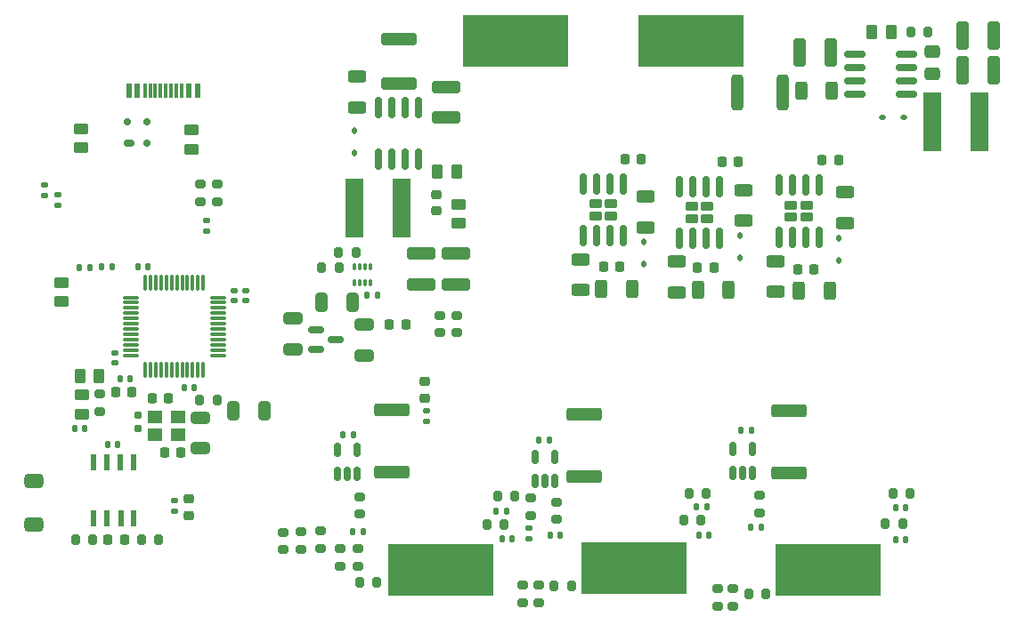
<source format=gtp>
G04 #@! TF.GenerationSoftware,KiCad,Pcbnew,8.0.4-8.0.4-0~ubuntu22.04.1*
G04 #@! TF.CreationDate,2024-09-01T21:10:03+02:00*
G04 #@! TF.ProjectId,bldc_project,626c6463-5f70-4726-9f6a-6563742e6b69,rev?*
G04 #@! TF.SameCoordinates,Original*
G04 #@! TF.FileFunction,Paste,Top*
G04 #@! TF.FilePolarity,Positive*
%FSLAX46Y46*%
G04 Gerber Fmt 4.6, Leading zero omitted, Abs format (unit mm)*
G04 Created by KiCad (PCBNEW 8.0.4-8.0.4-0~ubuntu22.04.1) date 2024-09-01 21:10:03*
%MOMM*%
%LPD*%
G01*
G04 APERTURE LIST*
G04 Aperture macros list*
%AMRoundRect*
0 Rectangle with rounded corners*
0 $1 Rounding radius*
0 $2 $3 $4 $5 $6 $7 $8 $9 X,Y pos of 4 corners*
0 Add a 4 corners polygon primitive as box body*
4,1,4,$2,$3,$4,$5,$6,$7,$8,$9,$2,$3,0*
0 Add four circle primitives for the rounded corners*
1,1,$1+$1,$2,$3*
1,1,$1+$1,$4,$5*
1,1,$1+$1,$6,$7*
1,1,$1+$1,$8,$9*
0 Add four rect primitives between the rounded corners*
20,1,$1+$1,$2,$3,$4,$5,0*
20,1,$1+$1,$4,$5,$6,$7,0*
20,1,$1+$1,$6,$7,$8,$9,0*
20,1,$1+$1,$8,$9,$2,$3,0*%
G04 Aperture macros list end*
%ADD10R,1.700000X5.700000*%
%ADD11RoundRect,0.225000X0.225000X0.250000X-0.225000X0.250000X-0.225000X-0.250000X0.225000X-0.250000X0*%
%ADD12RoundRect,0.200000X0.275000X-0.200000X0.275000X0.200000X-0.275000X0.200000X-0.275000X-0.200000X0*%
%ADD13RoundRect,0.140000X0.140000X0.170000X-0.140000X0.170000X-0.140000X-0.170000X0.140000X-0.170000X0*%
%ADD14RoundRect,0.112500X0.187500X0.112500X-0.187500X0.112500X-0.187500X-0.112500X0.187500X-0.112500X0*%
%ADD15R,0.600000X1.550000*%
%ADD16RoundRect,0.250000X1.425000X-0.362500X1.425000X0.362500X-1.425000X0.362500X-1.425000X-0.362500X0*%
%ADD17RoundRect,0.250000X-0.312500X-0.625000X0.312500X-0.625000X0.312500X0.625000X-0.312500X0.625000X0*%
%ADD18RoundRect,0.250000X-0.650000X0.325000X-0.650000X-0.325000X0.650000X-0.325000X0.650000X0.325000X0*%
%ADD19RoundRect,0.135000X-0.185000X0.135000X-0.185000X-0.135000X0.185000X-0.135000X0.185000X0.135000X0*%
%ADD20RoundRect,0.150000X0.150000X-0.512500X0.150000X0.512500X-0.150000X0.512500X-0.150000X-0.512500X0*%
%ADD21R,10.000000X5.000000*%
%ADD22RoundRect,0.250000X0.450000X-0.262500X0.450000X0.262500X-0.450000X0.262500X-0.450000X-0.262500X0*%
%ADD23RoundRect,0.200000X0.200000X0.275000X-0.200000X0.275000X-0.200000X-0.275000X0.200000X-0.275000X0*%
%ADD24RoundRect,0.218750X0.218750X0.256250X-0.218750X0.256250X-0.218750X-0.256250X0.218750X-0.256250X0*%
%ADD25RoundRect,0.200000X-0.275000X0.200000X-0.275000X-0.200000X0.275000X-0.200000X0.275000X0.200000X0*%
%ADD26RoundRect,0.200000X-0.200000X-0.275000X0.200000X-0.275000X0.200000X0.275000X-0.200000X0.275000X0*%
%ADD27RoundRect,0.250000X-0.625000X0.312500X-0.625000X-0.312500X0.625000X-0.312500X0.625000X0.312500X0*%
%ADD28RoundRect,0.050000X-0.100000X0.285000X-0.100000X-0.285000X0.100000X-0.285000X0.100000X0.285000X0*%
%ADD29RoundRect,0.218750X-0.256250X0.218750X-0.256250X-0.218750X0.256250X-0.218750X0.256250X0.218750X0*%
%ADD30RoundRect,0.112500X0.112500X-0.187500X0.112500X0.187500X-0.112500X0.187500X-0.112500X-0.187500X0*%
%ADD31RoundRect,0.140000X-0.140000X-0.170000X0.140000X-0.170000X0.140000X0.170000X-0.140000X0.170000X0*%
%ADD32RoundRect,0.225000X-0.225000X-0.250000X0.225000X-0.250000X0.225000X0.250000X-0.225000X0.250000X0*%
%ADD33RoundRect,0.250000X0.325000X0.650000X-0.325000X0.650000X-0.325000X-0.650000X0.325000X-0.650000X0*%
%ADD34RoundRect,0.250000X1.450000X-0.312500X1.450000X0.312500X-1.450000X0.312500X-1.450000X-0.312500X0*%
%ADD35RoundRect,0.150000X0.825000X0.150000X-0.825000X0.150000X-0.825000X-0.150000X0.825000X-0.150000X0*%
%ADD36RoundRect,0.230000X-0.375000X0.230000X-0.375000X-0.230000X0.375000X-0.230000X0.375000X0.230000X0*%
%ADD37RoundRect,0.150000X-0.150000X0.825000X-0.150000X-0.825000X0.150000X-0.825000X0.150000X0.825000X0*%
%ADD38RoundRect,0.250000X1.100000X-0.325000X1.100000X0.325000X-1.100000X0.325000X-1.100000X-0.325000X0*%
%ADD39R,0.600000X1.450000*%
%ADD40R,0.300000X1.450000*%
%ADD41RoundRect,0.250000X0.325000X1.100000X-0.325000X1.100000X-0.325000X-1.100000X0.325000X-1.100000X0*%
%ADD42RoundRect,0.250000X-0.325000X-0.650000X0.325000X-0.650000X0.325000X0.650000X-0.325000X0.650000X0*%
%ADD43RoundRect,0.250000X0.312500X1.450000X-0.312500X1.450000X-0.312500X-1.450000X0.312500X-1.450000X0*%
%ADD44RoundRect,0.250000X0.262500X0.450000X-0.262500X0.450000X-0.262500X-0.450000X0.262500X-0.450000X0*%
%ADD45RoundRect,0.075000X0.075000X-0.662500X0.075000X0.662500X-0.075000X0.662500X-0.075000X-0.662500X0*%
%ADD46RoundRect,0.075000X0.662500X-0.075000X0.662500X0.075000X-0.662500X0.075000X-0.662500X-0.075000X0*%
%ADD47RoundRect,0.160000X-0.160000X0.197500X-0.160000X-0.197500X0.160000X-0.197500X0.160000X0.197500X0*%
%ADD48RoundRect,0.250000X-0.450000X0.262500X-0.450000X-0.262500X0.450000X-0.262500X0.450000X0.262500X0*%
%ADD49RoundRect,0.250000X-1.100000X0.325000X-1.100000X-0.325000X1.100000X-0.325000X1.100000X0.325000X0*%
%ADD50RoundRect,0.150000X0.150000X-0.825000X0.150000X0.825000X-0.150000X0.825000X-0.150000X-0.825000X0*%
%ADD51RoundRect,0.250000X-0.325000X-1.100000X0.325000X-1.100000X0.325000X1.100000X-0.325000X1.100000X0*%
%ADD52RoundRect,0.175000X0.325000X-0.175000X0.325000X0.175000X-0.325000X0.175000X-0.325000X-0.175000X0*%
%ADD53RoundRect,0.150000X0.150000X-0.200000X0.150000X0.200000X-0.150000X0.200000X-0.150000X-0.200000X0*%
%ADD54RoundRect,0.135000X0.135000X0.185000X-0.135000X0.185000X-0.135000X-0.185000X0.135000X-0.185000X0*%
%ADD55R,1.400000X1.200000*%
%ADD56RoundRect,0.140000X0.170000X-0.140000X0.170000X0.140000X-0.170000X0.140000X-0.170000X-0.140000X0*%
%ADD57RoundRect,0.150000X-0.587500X-0.150000X0.587500X-0.150000X0.587500X0.150000X-0.587500X0.150000X0*%
%ADD58RoundRect,0.337500X-0.562500X0.337500X-0.562500X-0.337500X0.562500X-0.337500X0.562500X0.337500X0*%
%ADD59RoundRect,0.140000X-0.170000X0.140000X-0.170000X-0.140000X0.170000X-0.140000X0.170000X0.140000X0*%
%ADD60RoundRect,0.250000X-0.475000X0.337500X-0.475000X-0.337500X0.475000X-0.337500X0.475000X0.337500X0*%
%ADD61RoundRect,0.225000X-0.250000X0.225000X-0.250000X-0.225000X0.250000X-0.225000X0.250000X0.225000X0*%
G04 APERTURE END LIST*
D10*
X135700000Y-91750000D03*
X131200000Y-91750000D03*
X80750000Y-99950000D03*
X76250000Y-99950000D03*
D11*
X55125000Y-117500000D03*
X53575000Y-117500000D03*
D12*
X52075000Y-119300000D03*
X52075000Y-117650000D03*
D13*
X61030000Y-117025000D03*
X60070000Y-117025000D03*
D14*
X128550000Y-91300000D03*
X126450000Y-91300000D03*
D15*
X55285000Y-124125000D03*
X54015000Y-124125000D03*
X52745000Y-124125000D03*
X51475000Y-124125000D03*
X51475000Y-129525000D03*
X52745000Y-129525000D03*
X54080000Y-129525000D03*
X55285000Y-129525000D03*
D16*
X79800000Y-125075000D03*
X79800000Y-119150000D03*
D17*
X118537500Y-107800000D03*
X121462500Y-107800000D03*
D18*
X61650000Y-119875000D03*
X61650000Y-122825000D03*
D19*
X83100000Y-119240000D03*
X83100000Y-120260000D03*
D20*
X93427500Y-125910000D03*
X94377500Y-125910000D03*
X95327500Y-125910000D03*
X95327500Y-123635000D03*
X93427500Y-123635000D03*
D21*
X84500000Y-134400000D03*
D22*
X50350000Y-119562500D03*
X50350000Y-117737500D03*
D23*
X91525000Y-127400000D03*
X89875000Y-127400000D03*
D24*
X81187500Y-111000000D03*
X79612500Y-111000000D03*
D25*
X86000000Y-110175000D03*
X86000000Y-111825000D03*
D26*
X129175000Y-83200000D03*
X130825000Y-83200000D03*
D12*
X93800000Y-137525000D03*
X93800000Y-135875000D03*
D27*
X97800000Y-104837500D03*
X97800000Y-107762500D03*
D17*
X99737500Y-107600000D03*
X102662500Y-107600000D03*
D28*
X77812500Y-105545000D03*
X77312500Y-105545000D03*
X76812500Y-105545000D03*
X76312500Y-105545000D03*
X76312500Y-107025000D03*
X76812500Y-107025000D03*
X77312500Y-107025000D03*
X77812500Y-107025000D03*
D16*
X117600000Y-125200000D03*
X117600000Y-119275000D03*
D26*
X95275000Y-135900000D03*
X96925000Y-135900000D03*
D29*
X60550000Y-127662500D03*
X60550000Y-129237500D03*
D25*
X76600000Y-132375000D03*
X76600000Y-134025000D03*
D30*
X103800000Y-105250000D03*
X103800000Y-103150000D03*
D31*
X89777500Y-128817500D03*
X90737500Y-128817500D03*
D21*
X121362500Y-134435000D03*
D26*
X127475000Y-127137500D03*
X129125000Y-127137500D03*
D32*
X52850000Y-131475000D03*
X54400000Y-131475000D03*
D31*
X75200000Y-121492500D03*
X76160000Y-121492500D03*
D23*
X74812500Y-105645000D03*
X73162500Y-105645000D03*
D31*
X90297500Y-131400000D03*
X91257500Y-131400000D03*
D33*
X76100000Y-108900000D03*
X73150000Y-108900000D03*
D25*
X114762500Y-127285000D03*
X114762500Y-128935000D03*
D23*
X57675000Y-131475000D03*
X56025000Y-131475000D03*
D19*
X92900000Y-130400000D03*
X92900000Y-131420000D03*
D31*
X109020000Y-131100000D03*
X109980000Y-131100000D03*
D34*
X80536000Y-88111500D03*
X80536000Y-83836500D03*
D18*
X77200000Y-111000000D03*
X77200000Y-113950000D03*
D32*
X111225000Y-95500000D03*
X112775000Y-95500000D03*
D25*
X92300000Y-135875000D03*
X92300000Y-137525000D03*
D35*
X128800000Y-89100000D03*
X128800000Y-87830000D03*
X128800000Y-86560000D03*
X128800000Y-85290000D03*
X123850000Y-85290000D03*
X123850000Y-86560000D03*
X123850000Y-87830000D03*
X123850000Y-89100000D03*
D13*
X77082500Y-130717500D03*
X76122500Y-130717500D03*
X50655000Y-120925000D03*
X49695000Y-120925000D03*
D25*
X84400000Y-110175000D03*
X84400000Y-111825000D03*
D26*
X61575000Y-118250000D03*
X63225000Y-118250000D03*
D36*
X100690000Y-99522500D03*
X99190000Y-99522500D03*
X100690000Y-100662500D03*
X99190000Y-100662500D03*
D37*
X101845000Y-97617500D03*
X100575000Y-97617500D03*
X99305000Y-97617500D03*
X98035000Y-97617500D03*
X98035000Y-102567500D03*
X99305000Y-102567500D03*
X100575000Y-102567500D03*
X101845000Y-102567500D03*
D25*
X76802500Y-127417500D03*
X76802500Y-129067500D03*
D21*
X91600000Y-84000000D03*
D38*
X85900000Y-107175000D03*
X85900000Y-104225000D03*
D39*
X61350000Y-88745000D03*
X60550000Y-88745000D03*
D40*
X59350000Y-88745000D03*
X58350000Y-88745000D03*
X57850000Y-88745000D03*
X56850000Y-88745000D03*
D39*
X55650000Y-88745000D03*
X54850000Y-88745000D03*
X54850000Y-88745000D03*
X55650000Y-88745000D03*
D40*
X56350000Y-88745000D03*
X57350000Y-88745000D03*
X58850000Y-88745000D03*
X59850000Y-88745000D03*
D39*
X60550000Y-88745000D03*
X61350000Y-88745000D03*
D26*
X76775000Y-135600000D03*
X78425000Y-135600000D03*
D41*
X121600000Y-85150000D03*
X118650000Y-85150000D03*
D42*
X64775000Y-119275000D03*
X67725000Y-119275000D03*
D20*
X74667500Y-125255000D03*
X75617500Y-125255000D03*
X76567500Y-125255000D03*
X76567500Y-122980000D03*
X74667500Y-122980000D03*
D43*
X117000000Y-88900000D03*
X112725000Y-88900000D03*
D27*
X113300000Y-98237500D03*
X113300000Y-101162500D03*
D26*
X126775000Y-130000000D03*
X128425000Y-130000000D03*
D44*
X86012500Y-96500000D03*
X84187500Y-96500000D03*
D45*
X56400000Y-115362500D03*
X56900000Y-115362500D03*
X57400000Y-115362500D03*
X57900000Y-115362500D03*
X58400000Y-115362500D03*
X58900000Y-115362500D03*
X59400000Y-115362500D03*
X59900000Y-115362500D03*
X60400000Y-115362500D03*
X60900000Y-115362500D03*
X61400000Y-115362500D03*
X61900000Y-115362500D03*
D46*
X63312500Y-113950000D03*
X63312500Y-113450000D03*
X63312500Y-112950000D03*
X63312500Y-112450000D03*
X63312500Y-111950000D03*
X63312500Y-111450000D03*
X63312500Y-110950000D03*
X63312500Y-110450000D03*
X63312500Y-109950000D03*
X63312500Y-109450000D03*
X63312500Y-108950000D03*
X63312500Y-108450000D03*
D45*
X61900000Y-107037500D03*
X61400000Y-107037500D03*
X60900000Y-107037500D03*
X60400000Y-107037500D03*
X59900000Y-107037500D03*
X59400000Y-107037500D03*
X58900000Y-107037500D03*
X58400000Y-107037500D03*
X57900000Y-107037500D03*
X57400000Y-107037500D03*
X56900000Y-107037500D03*
X56400000Y-107037500D03*
D46*
X54987500Y-108450000D03*
X54987500Y-108950000D03*
X54987500Y-109450000D03*
X54987500Y-109950000D03*
X54987500Y-110450000D03*
X54987500Y-110950000D03*
X54987500Y-111450000D03*
X54987500Y-111950000D03*
X54987500Y-112450000D03*
X54987500Y-112950000D03*
X54987500Y-113450000D03*
X54987500Y-113950000D03*
D22*
X50250000Y-94212500D03*
X50250000Y-92387500D03*
D44*
X127325000Y-83200000D03*
X125500000Y-83200000D03*
D12*
X73100000Y-132350000D03*
X73100000Y-130700000D03*
D25*
X95462500Y-127955000D03*
X95462500Y-129605000D03*
D12*
X71230000Y-132425000D03*
X71230000Y-130775000D03*
D11*
X101520000Y-105487500D03*
X99970000Y-105487500D03*
D25*
X63200000Y-97675000D03*
X63200000Y-99325000D03*
D12*
X112300000Y-137825000D03*
X112300000Y-136175000D03*
D13*
X128680000Y-131500000D03*
X127720000Y-131500000D03*
D47*
X55700000Y-119702500D03*
X55700000Y-120897500D03*
D31*
X113045000Y-121110000D03*
X114005000Y-121110000D03*
D48*
X48450000Y-107037500D03*
X48450000Y-108862500D03*
D49*
X85020000Y-88385000D03*
X85020000Y-91335000D03*
D50*
X78530000Y-95300000D03*
X79800000Y-95300000D03*
X81070000Y-95300000D03*
X82340000Y-95300000D03*
X82340000Y-90350000D03*
X81070000Y-90350000D03*
X79800000Y-90350000D03*
X78530000Y-90350000D03*
D27*
X116300000Y-105000000D03*
X116300000Y-107925000D03*
D51*
X134125000Y-83500000D03*
X137075000Y-83500000D03*
D23*
X51400000Y-131475000D03*
X49750000Y-131475000D03*
D11*
X59775000Y-123200000D03*
X58225000Y-123200000D03*
D30*
X122300000Y-104950000D03*
X122300000Y-102850000D03*
D32*
X120750000Y-95350000D03*
X122300000Y-95350000D03*
D31*
X94882500Y-131080000D03*
X95842500Y-131080000D03*
D19*
X62200000Y-101140000D03*
X62200000Y-102160000D03*
D21*
X108300000Y-84000000D03*
D52*
X54850000Y-93750000D03*
D53*
X56550000Y-93750000D03*
X56550000Y-91750000D03*
X54650000Y-91750000D03*
D11*
X110450000Y-105600000D03*
X108900000Y-105600000D03*
D31*
X108820000Y-128400000D03*
X109780000Y-128400000D03*
D54*
X53220000Y-105550000D03*
X52200000Y-105550000D03*
D19*
X59150000Y-127790000D03*
X59150000Y-128810000D03*
D11*
X119975000Y-105800000D03*
X118425000Y-105800000D03*
D27*
X76500000Y-87437500D03*
X76500000Y-90362500D03*
D55*
X59500000Y-119850000D03*
X57300000Y-119850000D03*
X57300000Y-121550000D03*
X59500000Y-121550000D03*
D54*
X51170000Y-105600000D03*
X50150000Y-105600000D03*
D27*
X106900000Y-105037500D03*
X106900000Y-107962500D03*
D13*
X54930000Y-116200000D03*
X53970000Y-116200000D03*
D56*
X53475000Y-114705000D03*
X53475000Y-113745000D03*
D57*
X72600000Y-111525000D03*
X72600000Y-113425000D03*
X74475000Y-112475000D03*
D58*
X45800000Y-125925000D03*
X45800000Y-130075000D03*
D26*
X88892500Y-130117500D03*
X90542500Y-130117500D03*
D29*
X83000000Y-116462500D03*
X83000000Y-118037500D03*
D32*
X102025000Y-95262500D03*
X103575000Y-95262500D03*
D30*
X76250000Y-94650000D03*
X76250000Y-92550000D03*
D22*
X60800000Y-94312500D03*
X60800000Y-92487500D03*
D32*
X57025000Y-118075000D03*
X58575000Y-118075000D03*
D59*
X46850000Y-97770000D03*
X46850000Y-98730000D03*
D31*
X93837500Y-122010000D03*
X94797500Y-122010000D03*
X52820000Y-122475000D03*
X53780000Y-122475000D03*
D44*
X52012500Y-115900000D03*
X50187500Y-115900000D03*
D54*
X78510000Y-108200000D03*
X77490000Y-108200000D03*
D59*
X64850000Y-107820000D03*
X64850000Y-108780000D03*
D19*
X48050000Y-98640000D03*
X48050000Y-99660000D03*
D60*
X131200000Y-85062500D03*
X131200000Y-87137500D03*
D36*
X109845000Y-99785000D03*
X108345000Y-99785000D03*
X109845000Y-100925000D03*
X108345000Y-100925000D03*
D37*
X111000000Y-97880000D03*
X109730000Y-97880000D03*
X108460000Y-97880000D03*
X107190000Y-97880000D03*
X107190000Y-102830000D03*
X108460000Y-102830000D03*
X109730000Y-102830000D03*
X111000000Y-102830000D03*
D31*
X55695000Y-105525000D03*
X56655000Y-105525000D03*
D23*
X109725000Y-127117500D03*
X108075000Y-127117500D03*
D48*
X86200000Y-99587500D03*
X86200000Y-101412500D03*
D20*
X112265000Y-125147500D03*
X113215000Y-125147500D03*
X114165000Y-125147500D03*
X114165000Y-122872500D03*
X112265000Y-122872500D03*
D59*
X65950000Y-107820000D03*
X65950000Y-108780000D03*
D12*
X74900000Y-134025000D03*
X74900000Y-132375000D03*
D13*
X114942500Y-130300000D03*
X113982500Y-130300000D03*
D16*
X98100000Y-125525000D03*
X98100000Y-119600000D03*
D49*
X82600000Y-104225000D03*
X82600000Y-107175000D03*
D30*
X112930000Y-104650000D03*
X112930000Y-102550000D03*
D36*
X119300000Y-99660000D03*
X117800000Y-99660000D03*
X119300000Y-100800000D03*
X117800000Y-100800000D03*
D37*
X120455000Y-97755000D03*
X119185000Y-97755000D03*
X117915000Y-97755000D03*
X116645000Y-97755000D03*
X116645000Y-102705000D03*
X117915000Y-102705000D03*
X119185000Y-102705000D03*
X120455000Y-102705000D03*
D41*
X137075000Y-86800000D03*
X134125000Y-86800000D03*
D17*
X108937500Y-107700000D03*
X111862500Y-107700000D03*
D23*
X76412500Y-104145000D03*
X74762500Y-104145000D03*
D12*
X61600000Y-99325000D03*
X61600000Y-97675000D03*
D31*
X127720000Y-128500000D03*
X128680000Y-128500000D03*
D12*
X69500000Y-132450000D03*
X69500000Y-130800000D03*
D25*
X110800000Y-136175000D03*
X110800000Y-137825000D03*
D21*
X102900000Y-134200000D03*
D12*
X93000000Y-129225000D03*
X93000000Y-127575000D03*
D61*
X84100000Y-98625000D03*
X84100000Y-100175000D03*
D17*
X118775000Y-88800000D03*
X121700000Y-88800000D03*
D27*
X122900000Y-98437500D03*
X122900000Y-101362500D03*
D26*
X107575000Y-129672500D03*
X109225000Y-129672500D03*
D27*
X104000000Y-98837500D03*
X104000000Y-101762500D03*
D18*
X70400000Y-110425000D03*
X70400000Y-113375000D03*
D26*
X113775000Y-136700000D03*
X115425000Y-136700000D03*
M02*

</source>
